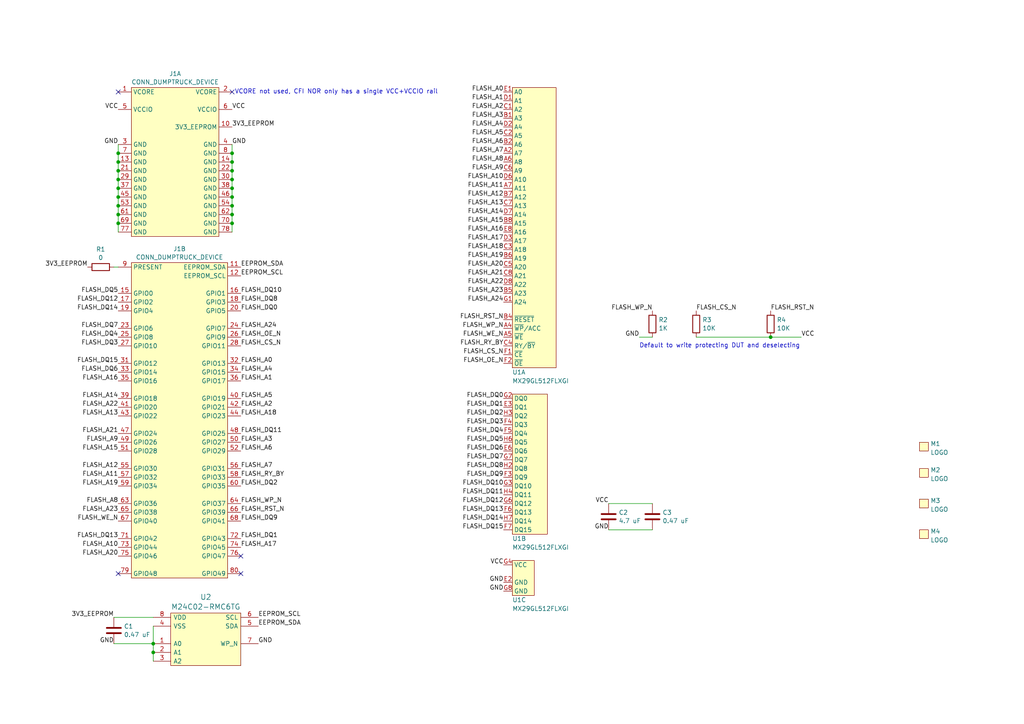
<source format=kicad_sch>
(kicad_sch (version 20231120) (generator "eeschema") (generator_version "8.0")
  (paper "A4")
  (title_block (date "2024-11-20"))
  (lib_symbols
    (symbol "device:C" (pin_numbers hide) (pin_names (offset 0.254))
      (property "Reference" "C" (at 0.635 2.54 0))
      (property "Value" "C" (at 0.635 -2.54 0))
      (symbol "C_0_1"
        (polyline (pts (xy -2.032 -0.762) (xy 2.032 -0.762)) (stroke (width 0.508)))
        (polyline (pts (xy -2.032 0.762) (xy 2.032 0.762)) (stroke (width 0.508)))
      )
      (symbol "C_1_1"
        (pin passive line (at 0 3.81 270) (length 2.794) (name "~") (number "1"))
        (pin passive line (at 0 -3.81 90) (length 2.794) (name "~") (number "2"))
      )
    )
    (symbol "device:R" (pin_numbers hide) (pin_names (offset 0))
      (property "Reference" "R" (at 2.032 0 90))
      (property "Value" "R" (at 0 0 90))
      (symbol "R_0_1"
        (rectangle (start -1.016 -2.54) (end 1.016 2.54) (stroke (width 0.254)))
      )
      (symbol "R_1_1"
        (pin passive line (at 0 3.81 270) (length 1.27) (name "~") (number "1"))
        (pin passive line (at 0 -3.81 90) (length 1.27) (name "~") (number "2"))
      )
    )
    (symbol "memory-azonenberg:24Cxx-DFN8" (pin_names (offset 0.762))
      (property "Reference" "U" (at 13.97 16.51 0))
      (property "Value" "24Cxx-DFN8" (at 17.78 -1.27 0))
      (symbol "24Cxx-DFN8_1_1"
        (rectangle (start 0 0) (end 20.32 15.24) (fill (type background)))
        (pin input line (at -5.08 6.35 0) (length 5.08) (name "A0") (number "1"))
        (pin input line (at -5.08 3.81 0) (length 5.08) (name "A1") (number "2"))
        (pin input line (at -5.08 1.27 0) (length 5.08) (name "A2") (number "3"))
        (pin power_in line (at -5.08 11.43 0) (length 5.08) (name "VSS") (number "4"))
        (pin bidirectional line (at 25.4 11.43 180) (length 5.08) (name "SDA") (number "5"))
        (pin input line (at 25.4 13.97 180) (length 5.08) (name "SCL") (number "6"))
        (pin input line (at 25.4 6.35 180) (length 5.08) (name "WP_N") (number "7"))
        (pin power_in line (at -5.08 13.97 0) (length 5.08) (name "VDD") (number "8"))
      )
    )
    (symbol "memory-azonenberg:CFI_NOR_CSP56"
      (property "Reference" "U" (at 0 -1.27 0))
      (symbol "CFI_NOR_CSP56_1_1"
        (rectangle (start 0 81.28) (end 12.7 0) (fill (type background)))
        (pin input line (at -2.54 62.23 0) (length 2.54) (name "A7") (number "A2"))
        (pin input line (at -2.54 11.43 0) (length 2.54) (name "~{WP}/ACC") (number "A4"))
        (pin input line (at -2.54 8.89 0) (length 2.54) (name "~{WE}") (number "A5"))
        (pin input line (at -2.54 59.69 0) (length 2.54) (name "A8") (number "A6"))
        (pin input line (at -2.54 52.07 0) (length 2.54) (name "A11") (number "A7"))
        (pin input line (at -2.54 72.39 0) (length 2.54) (name "A3") (number "B1"))
        (pin input line (at -2.54 64.77 0) (length 2.54) (name "A6") (number "B2"))
        (pin input line (at -2.54 13.97 0) (length 2.54) (name "~{RESET}") (number "B4"))
        (pin input line (at -2.54 21.59 0) (length 2.54) (name "A23") (number "B5"))
        (pin input line (at -2.54 31.75 0) (length 2.54) (name "A19") (number "B6"))
        (pin input line (at -2.54 49.53 0) (length 2.54) (name "A12") (number "B7"))
        (pin input line (at -2.54 41.91 0) (length 2.54) (name "A15") (number "B8"))
        (pin input line (at -2.54 74.93 0) (length 2.54) (name "A2") (number "C1"))
        (pin input line (at -2.54 67.31 0) (length 2.54) (name "A5") (number "C2"))
        (pin input line (at -2.54 34.29 0) (length 2.54) (name "A18") (number "C3"))
        (pin input line (at -2.54 6.35 0) (length 2.54) (name "RY/~{BY}") (number "C4"))
        (pin input line (at -2.54 29.21 0) (length 2.54) (name "A20") (number "C5"))
        (pin input line (at -2.54 57.15 0) (length 2.54) (name "A9") (number "C6"))
        (pin input line (at -2.54 46.99 0) (length 2.54) (name "A13") (number "C7"))
        (pin input line (at -2.54 26.67 0) (length 2.54) (name "A21") (number "C8"))
        (pin input line (at -2.54 77.47 0) (length 2.54) (name "A1") (number "D1"))
        (pin input line (at -2.54 69.85 0) (length 2.54) (name "A4") (number "D2"))
        (pin input line (at -2.54 36.83 0) (length 2.54) (name "A17") (number "D3"))
        (pin input line (at -2.54 54.61 0) (length 2.54) (name "A10") (number "D6"))
        (pin input line (at -2.54 44.45 0) (length 2.54) (name "A14") (number "D7"))
        (pin input line (at -2.54 24.13 0) (length 2.54) (name "A22") (number "D8"))
        (pin input line (at -2.54 80.01 0) (length 2.54) (name "A0") (number "E1"))
        (pin input line (at -2.54 39.37 0) (length 2.54) (name "A16") (number "E8"))
        (pin input line (at -2.54 3.81 0) (length 2.54) (name "~{CE}") (number "F1"))
        (pin input line (at -2.54 1.27 0) (length 2.54) (name "~{OE}") (number "F2"))
        (pin input line (at -2.54 19.05 0) (length 2.54) (name "A24") (number "G1"))
      )
      (symbol "CFI_NOR_CSP56_2_1"
        (rectangle (start 0 40.64) (end 10.16 0) (fill (type background)))
        (pin bidirectional line (at -2.54 36.83 0) (length 2.54) (name "DQ1") (number "E3"))
        (pin bidirectional line (at -2.54 24.13 0) (length 2.54) (name "DQ6") (number "E6"))
        (pin bidirectional line (at -2.54 16.51 0) (length 2.54) (name "DQ9") (number "F3"))
        (pin bidirectional line (at -2.54 31.75 0) (length 2.54) (name "DQ3") (number "F4"))
        (pin bidirectional line (at -2.54 29.21 0) (length 2.54) (name "DQ4") (number "F5"))
        (pin bidirectional line (at -2.54 6.35 0) (length 2.54) (name "DQ13") (number "F6"))
        (pin bidirectional line (at -2.54 1.27 0) (length 2.54) (name "DQ15") (number "F7"))
        (pin bidirectional line (at -2.54 39.37 0) (length 2.54) (name "DQ0") (number "G2"))
        (pin bidirectional line (at -2.54 13.97 0) (length 2.54) (name "DQ10") (number "G3"))
        (pin bidirectional line (at -2.54 8.89 0) (length 2.54) (name "DQ12") (number "G6"))
        (pin bidirectional line (at -2.54 21.59 0) (length 2.54) (name "DQ7") (number "G7"))
        (pin bidirectional line (at -2.54 19.05 0) (length 2.54) (name "DQ8") (number "H2"))
        (pin bidirectional line (at -2.54 34.29 0) (length 2.54) (name "DQ2") (number "H3"))
        (pin bidirectional line (at -2.54 11.43 0) (length 2.54) (name "DQ11") (number "H4"))
        (pin bidirectional line (at -2.54 26.67 0) (length 2.54) (name "DQ5") (number "H6"))
        (pin bidirectional line (at -2.54 3.81 0) (length 2.54) (name "DQ14") (number "H7"))
      )
      (symbol "CFI_NOR_CSP56_3_1"
        (rectangle (start 0 10.16) (end 6.35 0) (fill (type background)))
        (pin power_in line (at -2.54 3.81 0) (length 2.54) (name "GND") (number "E2"))
        (pin power_in line (at -2.54 8.89 0) (length 2.54) (name "VCC") (number "G4"))
        (pin power_in line (at -2.54 1.27 0) (length 2.54) (name "GND") (number "G8"))
      )
    )
    (symbol "special-azonenberg:CONN_DUMPTRUCK_DEVICE"
      (property "Reference" "J" (at 0 -3.048 0))
      (property "Value" "CONN_DUMPTRUCK_DEVICE" (at -0.508 -5.334 0))
      (symbol "CONN_DUMPTRUCK_DEVICE_1_1"
        (rectangle (start 0 43.18) (end 25.4 0) (fill (type background)))
        (pin power_in line (at -3.81 41.91 0) (length 3.81) (name "VCORE") (number "1"))
        (pin power_out line (at 29.21 31.75 180) (length 3.81) (name "3V3_EEPROM") (number "10"))
        (pin power_in line (at -3.81 21.59 0) (length 3.81) (name "GND") (number "13"))
        (pin power_in line (at 29.21 21.59 180) (length 3.81) (name "GND") (number "14"))
        (pin power_out line (at 29.21 41.91 180) (length 3.81) (name "VCORE") (number "2"))
        (pin power_in line (at -3.81 19.05 0) (length 3.81) (name "GND") (number "21"))
        (pin power_in line (at 29.21 19.05 180) (length 3.81) (name "GND") (number "22"))
        (pin power_in line (at -3.81 16.51 0) (length 3.81) (name "GND") (number "29"))
        (pin power_in line (at -3.81 26.67 0) (length 3.81) (name "GND") (number "3"))
        (pin power_in line (at 29.21 16.51 180) (length 3.81) (name "GND") (number "30"))
        (pin power_in line (at -3.81 13.97 0) (length 3.81) (name "GND") (number "37"))
        (pin power_in line (at 29.21 13.97 180) (length 3.81) (name "GND") (number "38"))
        (pin power_out line (at 29.21 26.67 180) (length 3.81) (name "GND") (number "4"))
        (pin power_in line (at -3.81 11.43 0) (length 3.81) (name "GND") (number "45"))
        (pin power_in line (at 29.21 11.43 180) (length 3.81) (name "GND") (number "46"))
        (pin power_in line (at -3.81 36.83 0) (length 3.81) (name "VCCIO") (number "5"))
        (pin power_in line (at -3.81 8.89 0) (length 3.81) (name "GND") (number "53"))
        (pin power_in line (at 29.21 8.89 180) (length 3.81) (name "GND") (number "54"))
        (pin power_out line (at 29.21 36.83 180) (length 3.81) (name "VCCIO") (number "6"))
        (pin power_in line (at -3.81 6.35 0) (length 3.81) (name "GND") (number "61"))
        (pin power_in line (at 29.21 6.35 180) (length 3.81) (name "GND") (number "62"))
        (pin power_in line (at -3.81 3.81 0) (length 3.81) (name "GND") (number "69"))
        (pin power_in line (at -3.81 24.13 0) (length 3.81) (name "GND") (number "7"))
        (pin power_in line (at 29.21 3.81 180) (length 3.81) (name "GND") (number "70"))
        (pin power_in line (at -3.81 1.27 0) (length 3.81) (name "GND") (number "77"))
        (pin power_in line (at 29.21 1.27 180) (length 3.81) (name "GND") (number "78"))
        (pin power_in line (at 29.21 24.13 180) (length 3.81) (name "GND") (number "8"))
      )
      (symbol "CONN_DUMPTRUCK_DEVICE_2_1"
        (rectangle (start 0 91.44) (end 27.94 0) (fill (type background)))
        (pin bidirectional line (at 31.75 90.17 180) (length 3.81) (name "EEPROM_SDA") (number "11"))
        (pin bidirectional line (at 31.75 87.63 180) (length 3.81) (name "EEPROM_SCL") (number "12"))
        (pin bidirectional line (at -3.81 82.55 0) (length 3.81) (name "GPIO0") (number "15"))
        (pin bidirectional line (at 31.75 82.55 180) (length 3.81) (name "GPIO1") (number "16"))
        (pin bidirectional line (at -3.81 80.01 0) (length 3.81) (name "GPIO2") (number "17"))
        (pin bidirectional line (at 31.75 80.01 180) (length 3.81) (name "GPIO3") (number "18"))
        (pin bidirectional line (at -3.81 77.47 0) (length 3.81) (name "GPIO4") (number "19"))
        (pin bidirectional line (at 31.75 77.47 180) (length 3.81) (name "GPIO5") (number "20"))
        (pin bidirectional line (at -3.81 72.39 0) (length 3.81) (name "GPIO6") (number "23"))
        (pin bidirectional line (at 31.75 72.39 180) (length 3.81) (name "GPIO7") (number "24"))
        (pin bidirectional line (at -3.81 69.85 0) (length 3.81) (name "GPIO8") (number "25"))
        (pin bidirectional line (at 31.75 69.85 180) (length 3.81) (name "GPIO9") (number "26"))
        (pin bidirectional line (at -3.81 67.31 0) (length 3.81) (name "GPIO10") (number "27"))
        (pin bidirectional line (at 31.75 67.31 180) (length 3.81) (name "GPIO11") (number "28"))
        (pin bidirectional line (at -3.81 62.23 0) (length 3.81) (name "GPIO12") (number "31"))
        (pin bidirectional line (at 31.75 62.23 180) (length 3.81) (name "GPIO13") (number "32"))
        (pin bidirectional line (at -3.81 59.69 0) (length 3.81) (name "GPIO14") (number "33"))
        (pin bidirectional line (at 31.75 59.69 180) (length 3.81) (name "GPIO15") (number "34"))
        (pin bidirectional line (at -3.81 57.15 0) (length 3.81) (name "GPIO16") (number "35"))
        (pin bidirectional line (at 31.75 57.15 180) (length 3.81) (name "GPIO17") (number "36"))
        (pin bidirectional line (at -3.81 52.07 0) (length 3.81) (name "GPIO18") (number "39"))
        (pin bidirectional line (at 31.75 52.07 180) (length 3.81) (name "GPIO19") (number "40"))
        (pin bidirectional line (at -3.81 49.53 0) (length 3.81) (name "GPIO20") (number "41"))
        (pin bidirectional line (at 31.75 49.53 180) (length 3.81) (name "GPIO21") (number "42"))
        (pin bidirectional line (at -3.81 46.99 0) (length 3.81) (name "GPIO22") (number "43"))
        (pin bidirectional line (at 31.75 46.99 180) (length 3.81) (name "GPIO23") (number "44"))
        (pin bidirectional line (at -3.81 41.91 0) (length 3.81) (name "GPIO24") (number "47"))
        (pin bidirectional line (at 31.75 41.91 180) (length 3.81) (name "GPIO25") (number "48"))
        (pin bidirectional line (at -3.81 39.37 0) (length 3.81) (name "GPIO26") (number "49"))
        (pin bidirectional line (at 31.75 39.37 180) (length 3.81) (name "GPIO27") (number "50"))
        (pin bidirectional line (at -3.81 36.83 0) (length 3.81) (name "GPIO28") (number "51"))
        (pin bidirectional line (at 31.75 36.83 180) (length 3.81) (name "GPIO29") (number "52"))
        (pin bidirectional line (at -3.81 31.75 0) (length 3.81) (name "GPIO30") (number "55"))
        (pin bidirectional line (at 31.75 31.75 180) (length 3.81) (name "GPIO31") (number "56"))
        (pin bidirectional line (at -3.81 29.21 0) (length 3.81) (name "GPIO32") (number "57"))
        (pin bidirectional line (at 31.75 29.21 180) (length 3.81) (name "GPIO33") (number "58"))
        (pin bidirectional line (at -3.81 26.67 0) (length 3.81) (name "GPIO34") (number "59"))
        (pin bidirectional line (at 31.75 26.67 180) (length 3.81) (name "GPIO35") (number "60"))
        (pin bidirectional line (at -3.81 21.59 0) (length 3.81) (name "GPIO36") (number "63"))
        (pin bidirectional line (at 31.75 21.59 180) (length 3.81) (name "GPIO37") (number "64"))
        (pin bidirectional line (at -3.81 19.05 0) (length 3.81) (name "GPIO38") (number "65"))
        (pin bidirectional line (at 31.75 19.05 180) (length 3.81) (name "GPIO39") (number "66"))
        (pin bidirectional line (at -3.81 16.51 0) (length 3.81) (name "GPIO40") (number "67"))
        (pin bidirectional line (at 31.75 16.51 180) (length 3.81) (name "GPIO41") (number "68"))
        (pin bidirectional line (at -3.81 11.43 0) (length 3.81) (name "GPIO42") (number "71"))
        (pin bidirectional line (at 31.75 11.43 180) (length 3.81) (name "GPIO43") (number "72"))
        (pin bidirectional line (at -3.81 8.89 0) (length 3.81) (name "GPIO44") (number "73"))
        (pin bidirectional line (at 31.75 8.89 180) (length 3.81) (name "GPIO45") (number "74"))
        (pin bidirectional line (at -3.81 6.35 0) (length 3.81) (name "GPIO46") (number "75"))
        (pin bidirectional line (at 31.75 6.35 180) (length 3.81) (name "GPIO47") (number "76"))
        (pin bidirectional line (at -3.81 1.27 0) (length 3.81) (name "GPIO48") (number "79"))
        (pin bidirectional line (at 31.75 1.27 180) (length 3.81) (name "GPIO49") (number "80"))
        (pin bidirectional line (at -3.81 90.17 0) (length 3.81) (name "PRESENT") (number "9"))
      )
    )
    (symbol "special-azonenberg:MECHANICAL" (pin_names (offset 1.016))
      (property "Reference" "M" (at 0 -2.54 0))
      (property "Value" "MECHANICAL" (at 0 -5.08 0))
      (symbol "MECHANICAL_0_1"
        (rectangle (start 0 1.27) (end 2.54 -1.27) (fill (type background)))
      )
    )
  )
  (junction (at 67.31 64.77))
  (junction (at 34.29 57.15))
  (junction (at 67.31 52.07))
  (junction (at 34.29 44.45))
  (junction (at 223.52 97.79))
  (junction (at 34.29 64.77))
  (junction (at 67.31 57.15))
  (junction (at 34.29 46.99))
  (junction (at 67.31 46.99))
  (junction (at 67.31 44.45))
  (junction (at 44.45 186.69))
  (junction (at 34.29 62.23))
  (junction (at 34.29 49.53))
  (junction (at 34.29 54.61))
  (junction (at 67.31 62.23))
  (junction (at 67.31 54.61))
  (junction (at 34.29 59.69))
  (junction (at 67.31 59.69))
  (junction (at 44.45 189.23))
  (junction (at 67.31 49.53))
  (junction (at 34.29 52.07))
  (no_connect (at 34.29 166.37))
  (no_connect (at 67.31 26.67))
  (no_connect (at 69.85 166.37))
  (no_connect (at 34.29 26.67))
  (no_connect (at 69.85 161.29))
  (wire (pts (xy 33.02 77.47) (xy 34.29 77.47)))
  (wire (pts (xy 34.29 62.23) (xy 34.29 64.77)))
  (wire (pts (xy 44.45 189.23) (xy 44.45 191.77)))
  (wire (pts (xy 67.31 46.99) (xy 67.31 49.53)))
  (wire (pts (xy 201.93 97.79) (xy 223.52 97.79)))
  (wire (pts (xy 67.31 57.15) (xy 67.31 59.69)))
  (wire (pts (xy 34.29 57.15) (xy 34.29 59.69)))
  (wire (pts (xy 67.31 59.69) (xy 67.31 62.23)))
  (wire (pts (xy 67.31 41.91) (xy 67.31 44.45)))
  (wire (pts (xy 176.53 153.67) (xy 189.23 153.67)))
  (wire (pts (xy 33.02 179.07) (xy 44.45 179.07)))
  (wire (pts (xy 44.45 181.61) (xy 44.45 186.69)))
  (wire (pts (xy 34.29 44.45) (xy 34.29 46.99)))
  (wire (pts (xy 34.29 64.77) (xy 34.29 67.31)))
  (wire (pts (xy 33.02 186.69) (xy 44.45 186.69)))
  (wire (pts (xy 67.31 54.61) (xy 67.31 57.15)))
  (wire (pts (xy 67.31 64.77) (xy 67.31 67.31)))
  (wire (pts (xy 34.29 52.07) (xy 34.29 54.61)))
  (wire (pts (xy 44.45 186.69) (xy 44.45 189.23)))
  (wire (pts (xy 176.53 146.05) (xy 189.23 146.05)))
  (wire (pts (xy 67.31 52.07) (xy 67.31 54.61)))
  (wire (pts (xy 34.29 49.53) (xy 34.29 52.07)))
  (wire (pts (xy 34.29 41.91) (xy 34.29 44.45)))
  (wire (pts (xy 34.29 54.61) (xy 34.29 57.15)))
  (wire (pts (xy 34.29 46.99) (xy 34.29 49.53)))
  (wire (pts (xy 185.42 97.79) (xy 189.23 97.79)))
  (wire (pts (xy 67.31 44.45) (xy 67.31 46.99)))
  (wire (pts (xy 223.52 97.79) (xy 232.41 97.79)))
  (wire (pts (xy 67.31 49.53) (xy 67.31 52.07)))
  (wire (pts (xy 34.29 59.69) (xy 34.29 62.23)))
  (wire (pts (xy 67.31 62.23) (xy 67.31 64.77)))
  (text "VCORE not used, CFI NOR only has a single VCC+VCCIO rail" (at 68.072 26.67 0) (effects (font (size 1.27 1.27)) (justify left)))
  (text "Default to write protecting DUT and deselecting" (at 185.42 100.33 0) (effects (font (size 1.27 1.27)) (justify left)))
  (label "FLASH_A10" (at 34.29 158.75 180))
  (label "FLASH_DQ9" (at 146.05 138.43 180))
  (label "FLASH_DQ12" (at 146.05 146.05 180))
  (label "FLASH_RST_N" (at 69.85 148.59 0))
  (label "FLASH_A11" (at 34.29 138.43 180))
  (label "GND" (at 34.29 41.91 180))
  (label "FLASH_A3" (at 146.05 34.29 180))
  (label "FLASH_DQ15" (at 146.05 153.67 180))
  (label "FLASH_DQ2" (at 146.05 120.65 180))
  (label "FLASH_DQ4" (at 34.29 97.79 180))
  (label "VCC" (at 34.29 31.75 180))
  (label "FLASH_DQ3" (at 34.29 100.33 180))
  (label "FLASH_CS_N" (at 146.05 102.87 180))
  (label "FLASH_A18" (at 69.85 120.65 0))
  (label "FLASH_DQ7" (at 34.29 95.25 180))
  (label "FLASH_DQ8" (at 146.05 135.89 180))
  (label "FLASH_A8" (at 146.05 46.99 180))
  (label "FLASH_DQ9" (at 69.85 151.13 0))
  (label "FLASH_DQ14" (at 146.05 151.13 180))
  (label "FLASH_A7" (at 69.85 135.89 0))
  (label "FLASH_A21" (at 34.29 125.73 180))
  (label "GND" (at 146.05 168.91 180))
  (label "FLASH_A24" (at 69.85 95.25 0))
  (label "FLASH_RY_BY" (at 146.05 100.33 180))
  (label "VCC" (at 67.31 31.75 0))
  (label "FLASH_DQ0" (at 69.85 90.17 0))
  (label "FLASH_DQ4" (at 146.05 125.73 180))
  (label "FLASH_DQ1" (at 69.85 156.21 0))
  (label "EEPROM_SDA" (at 74.93 181.61 0))
  (label "FLASH_RST_N" (at 223.52 90.17 0))
  (label "FLASH_CS_N" (at 69.85 100.33 0))
  (label "FLASH_DQ13" (at 146.05 148.59 180))
  (label "FLASH_A12" (at 146.05 57.15 180))
  (label "FLASH_DQ12" (at 34.29 87.63 180))
  (label "3V3_EEPROM" (at 33.02 179.07 180))
  (label "FLASH_DQ1" (at 146.05 118.11 180))
  (label "FLASH_WP_N" (at 69.85 146.05 0))
  (label "FLASH_A16" (at 34.29 110.49 180))
  (label "FLASH_A13" (at 34.29 120.65 180))
  (label "FLASH_A23" (at 146.05 85.09 180))
  (label "VCC" (at 176.53 146.05 180))
  (label "FLASH_A6" (at 146.05 41.91 180))
  (label "FLASH_RST_N" (at 146.05 92.71 180))
  (label "FLASH_DQ5" (at 34.29 85.09 180))
  (label "FLASH_DQ15" (at 34.29 105.41 180))
  (label "FLASH_A21" (at 146.05 80.01 180))
  (label "EEPROM_SCL" (at 74.93 179.07 0))
  (label "FLASH_A4" (at 69.85 107.95 0))
  (label "FLASH_A4" (at 146.05 36.83 180))
  (label "GND" (at 67.31 41.91 0))
  (label "FLASH_A20" (at 146.05 77.47 180))
  (label "GND" (at 185.42 97.79 180))
  (label "FLASH_A13" (at 146.05 59.69 180))
  (label "FLASH_WP_N" (at 146.05 95.25 180))
  (label "FLASH_DQ13" (at 34.29 156.21 180))
  (label "FLASH_A2" (at 146.05 31.75 180))
  (label "FLASH_A3" (at 69.85 128.27 0))
  (label "GND" (at 74.93 186.69 0))
  (label "GND" (at 176.53 153.67 180))
  (label "FLASH_DQ5" (at 146.05 128.27 180))
  (label "VCC" (at 146.05 163.83 180))
  (label "FLASH_CS_N" (at 201.93 90.17 0))
  (label "FLASH_A5" (at 146.05 39.37 180))
  (label "FLASH_A9" (at 146.05 49.53 180))
  (label "FLASH_A23" (at 34.29 148.59 180))
  (label "FLASH_A15" (at 146.05 64.77 180))
  (label "GND" (at 33.02 186.69 180))
  (label "FLASH_DQ2" (at 69.85 140.97 0))
  (label "FLASH_A16" (at 146.05 67.31 180))
  (label "FLASH_A17" (at 69.85 158.75 0))
  (label "FLASH_OE_N" (at 146.05 105.41 180))
  (label "FLASH_A14" (at 146.05 62.23 180))
  (label "FLASH_DQ7" (at 146.05 133.35 180))
  (label "EEPROM_SDA" (at 69.85 77.47 0))
  (label "FLASH_A11" (at 146.05 54.61 180))
  (label "EEPROM_SCL" (at 69.85 80.01 0))
  (label "FLASH_A7" (at 146.05 44.45 180))
  (label "FLASH_A19" (at 146.05 74.93 180))
  (label "FLASH_A22" (at 146.05 82.55 180))
  (label "3V3_EEPROM" (at 25.4 77.47 180))
  (label "FLASH_A14" (at 34.29 115.57 180))
  (label "FLASH_A10" (at 146.05 52.07 180))
  (label "FLASH_A9" (at 34.29 128.27 180))
  (label "FLASH_A5" (at 69.85 115.57 0))
  (label "FLASH_A6" (at 69.85 130.81 0))
  (label "FLASH_OE_N" (at 69.85 97.79 0))
  (label "FLASH_DQ0" (at 146.05 115.57 180))
  (label "VCC" (at 232.41 97.79 0))
  (label "FLASH_A12" (at 34.29 135.89 180))
  (label "FLASH_DQ8" (at 69.85 87.63 0))
  (label "FLASH_A8" (at 34.29 146.05 180))
  (label "FLASH_DQ3" (at 146.05 123.19 180))
  (label "FLASH_A18" (at 146.05 72.39 180))
  (label "GND" (at 146.05 171.45 180))
  (label "FLASH_DQ6" (at 34.29 107.95 180))
  (label "FLASH_A24" (at 146.05 87.63 180))
  (label "FLASH_WE_N" (at 146.05 97.79 180))
  (label "FLASH_DQ10" (at 146.05 140.97 180))
  (label "FLASH_A19" (at 34.29 140.97 180))
  (label "FLASH_DQ6" (at 146.05 130.81 180))
  (label "FLASH_WP_N" (at 189.23 90.17 180))
  (label "FLASH_A2" (at 69.85 118.11 0))
  (label "FLASH_A0" (at 146.05 26.67 180))
  (label "FLASH_A1" (at 69.85 110.49 0))
  (label "3V3_EEPROM" (at 67.31 36.83 0))
  (label "FLASH_RY_BY" (at 69.85 138.43 0))
  (label "FLASH_DQ14" (at 34.29 90.17 180))
  (label "FLASH_A0" (at 69.85 105.41 0))
  (label "FLASH_A22" (at 34.29 118.11 180))
  (label "FLASH_WE_N" (at 34.29 151.13 180))
  (label "FLASH_DQ11" (at 146.05 143.51 180))
  (label "FLASH_A17" (at 146.05 69.85 180))
  (label "FLASH_DQ11" (at 69.85 125.73 0))
  (label "FLASH_A20" (at 34.29 161.29 180))
  (label "FLASH_A15" (at 34.29 130.81 180))
  (label "FLASH_DQ10" (at 69.85 85.09 0))
  (label "FLASH_A1" (at 146.05 29.21 180))
  (symbol (lib_id "special-azonenberg:MECHANICAL") (at 266.7 146.05 0) (unit 1)
    (property "Reference" "M3" (at 269.875 145.2153 0) (effects (justify left)))
    (property "Value" "LOGO" (at 269.875 147.7522 0) (effects (justify left)))
    (property "Footprint" "w_logo:Logo_silk_OSHW_6x6mm" (effects (hide yes)))
  )
  (symbol (lib_id "device:R") (at 223.52 93.98 0) (unit 1)
    (property "Reference" "R4" (at 225.298 92.7678 0) (effects (justify left)))
    (property "Value" "10K" (at 225.298 95.1921 0) (effects (justify left)))
    (property "Footprint" "azonenberg_pcb:EIA_0402_RES_NOSILK" (effects (hide yes)))
    (property "Description" "Resistor" (effects (hide yes)))
  )
  (symbol (lib_id "special-azonenberg:CONN_DUMPTRUCK_DEVICE") (at 38.1 68.58 0) (unit 1)
    (property "Reference" "J1" (at 50.8 21.3825 0))
    (property "Value" "CONN_DUMPTRUCK_DEVICE" (at 50.8 23.8068 0))
    (property "Footprint" "azonenberg_pcb:CONN_SAMTEC_BSE-040-01-L-D-A-TR" (effects (hide yes)))
  )
  (symbol (lib_id "device:R") (at 189.23 93.98 0) (unit 1)
    (property "Reference" "R2" (at 191.008 92.7678 0) (effects (justify left)))
    (property "Value" "1K" (at 191.008 95.1921 0) (effects (justify left)))
    (property "Footprint" "azonenberg_pcb:EIA_0402_RES_NOSILK" (effects (hide yes)))
    (property "Description" "Resistor" (effects (hide yes)))
  )
  (symbol (lib_id "device:R") (at 201.93 93.98 0) (unit 1)
    (property "Reference" "R3" (at 203.708 92.7678 0) (effects (justify left)))
    (property "Value" "10K" (at 203.708 95.1921 0) (effects (justify left)))
    (property "Footprint" "azonenberg_pcb:EIA_0402_RES_NOSILK" (effects (hide yes)))
    (property "Description" "Resistor" (effects (hide yes)))
  )
  (symbol (lib_id "memory-azonenberg:CFI_NOR_CSP56") (at 148.59 172.72 0) (unit 3)
    (property "Reference" "U1" (at 148.59 173.99 0) (effects (justify left)))
    (property "Value" "MX29GL512FLXGI" (at 148.59 176.53 0) (effects (justify left)))
    (property "Footprint" "azonenberg_pcb:BGA_56_6x9_DEPOP_0.8MM_CFI_CSP" (effects (hide yes)))
  )
  (symbol (lib_id "special-azonenberg:CONN_DUMPTRUCK_DEVICE") (at 38.1 167.64 0) (unit 2)
    (property "Reference" "J1" (at 52.07 72.1825 0))
    (property "Value" "CONN_DUMPTRUCK_DEVICE" (at 52.07 74.6068 0))
    (property "Footprint" "azonenberg_pcb:CONN_SAMTEC_BSE-040-01-L-D-A-TR" (effects (hide yes)))
  )
  (symbol (lib_id "special-azonenberg:MECHANICAL") (at 266.7 154.94 0) (unit 1)
    (property "Reference" "M4" (at 269.875 154.1053 0) (effects (justify left)))
    (property "Value" "LOGO" (at 269.875 156.6422 0) (effects (justify left)))
    (property "Footprint" "w_logo:Logo_silk_WEEE_3.4x5mm" (effects (hide yes)))
  )
  (symbol (lib_id "memory-azonenberg:CFI_NOR_CSP56") (at 148.59 106.68 0) (unit 1)
    (property "Reference" "U1" (at 148.59 107.95 0) (effects (justify left)))
    (property "Value" "MX29GL512FLXGI" (at 148.59 110.49 0) (effects (justify left)))
    (property "Footprint" "azonenberg_pcb:BGA_56_6x9_DEPOP_0.8MM_CFI_CSP" (effects (hide yes)))
  )
  (symbol (lib_id "device:C") (at 176.53 149.86 0) (unit 1)
    (property "Reference" "C2" (at 179.451 148.6478 0) (effects (justify left)))
    (property "Value" "4.7 uF" (at 179.451 151.0721 0) (effects (justify left)))
    (property "Footprint" "azonenberg_pcb:EIA_0603_CAP_NOSILK" (effects (hide yes)))
    (property "Description" "Unpolarized capacitor" (effects (hide yes)))
  )
  (symbol (lib_id "memory-azonenberg:CFI_NOR_CSP56") (at 148.59 154.94 0) (unit 2)
    (property "Reference" "U1" (at 148.59 156.21 0) (effects (justify left)))
    (property "Value" "MX29GL512FLXGI" (at 148.59 158.75 0) (effects (justify left)))
    (property "Footprint" "azonenberg_pcb:BGA_56_6x9_DEPOP_0.8MM_CFI_CSP" (effects (hide yes)))
  )
  (symbol (lib_id "device:R") (at 29.21 77.47 90) (unit 1)
    (property "Reference" "R1" (at 29.21 72.3095 90))
    (property "Value" "0" (at 29.21 74.7338 90))
    (property "Footprint" "azonenberg_pcb:EIA_0402_RES_NOSILK" (effects (hide yes)))
    (property "Description" "Resistor" (effects (hide yes)))
  )
  (symbol (lib_id "special-azonenberg:MECHANICAL") (at 266.7 129.54 0) (unit 1)
    (property "Reference" "M1" (at 269.875 128.7053 0) (effects (justify left)))
    (property "Value" "LOGO" (at 269.875 131.2422 0) (effects (justify left)))
    (property "Footprint" "azonenberg_pcb:LONGTHING-1200DPI" (effects (hide yes)))
  )
  (symbol (lib_id "memory-azonenberg:24Cxx-DFN8") (at 49.53 193.04 0) (unit 1)
    (property "Reference" "U2" (at 59.69 173.1696 0) (effects (font (size 1.524 1.524))))
    (property "Value" "M24C02-RMC6TG" (at 59.69 176.0025 0) (effects (font (size 1.524 1.524))))
    (property "Footprint" "azonenberg_pcb:DFN_8_0.5MM_2x3MM_TALL" (effects (hide yes)))
    (property "Description" "I2C Serial EEPROM with MAC address" (effects (hide yes)))
  )
  (symbol (lib_id "special-azonenberg:MECHANICAL") (at 266.7 137.16 0) (unit 1)
    (property "Reference" "M2" (at 269.875 136.3253 0) (effects (justify left)))
    (property "Value" "LOGO" (at 269.875 138.8622 0) (effects (justify left)))
    (property "Footprint" "w_logo:Logo_silk_ROHS_5x2.8mm" (effects (hide yes)))
  )
  (symbol (lib_id "device:C") (at 33.02 182.88 0) (unit 1)
    (property "Reference" "C1" (at 35.941 181.6678 0) (effects (justify left)))
    (property "Value" "0.47 uF" (at 35.941 184.0921 0) (effects (justify left)))
    (property "Footprint" "azonenberg_pcb:EIA_0402_CAP_NOSILK" (effects (hide yes)))
    (property "Description" "Unpolarized capacitor" (effects (hide yes)))
  )
  (symbol (lib_id "device:C") (at 189.23 149.86 0) (unit 1)
    (property "Reference" "C3" (at 192.151 148.6478 0) (effects (justify left)))
    (property "Value" "0.47 uF" (at 192.151 151.0721 0) (effects (justify left)))
    (property "Footprint" "azonenberg_pcb:EIA_0402_CAP_NOSILK" (effects (hide yes)))
    (property "Description" "Unpolarized capacitor" (effects (hide yes)))
  )
)
</source>
